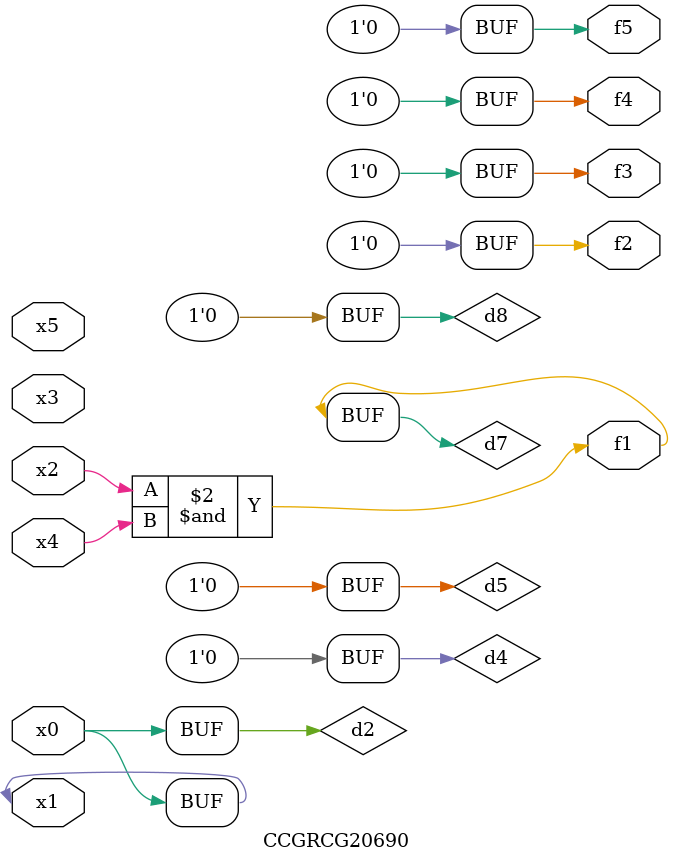
<source format=v>
module CCGRCG20690(
	input x0, x1, x2, x3, x4, x5,
	output f1, f2, f3, f4, f5
);

	wire d1, d2, d3, d4, d5, d6, d7, d8, d9;

	nand (d1, x1);
	buf (d2, x0, x1);
	nand (d3, x2, x4);
	and (d4, d1, d2);
	and (d5, d1, d2);
	nand (d6, d1, d3);
	not (d7, d3);
	xor (d8, d5);
	nor (d9, d5, d6);
	assign f1 = d7;
	assign f2 = d8;
	assign f3 = d8;
	assign f4 = d8;
	assign f5 = d8;
endmodule

</source>
